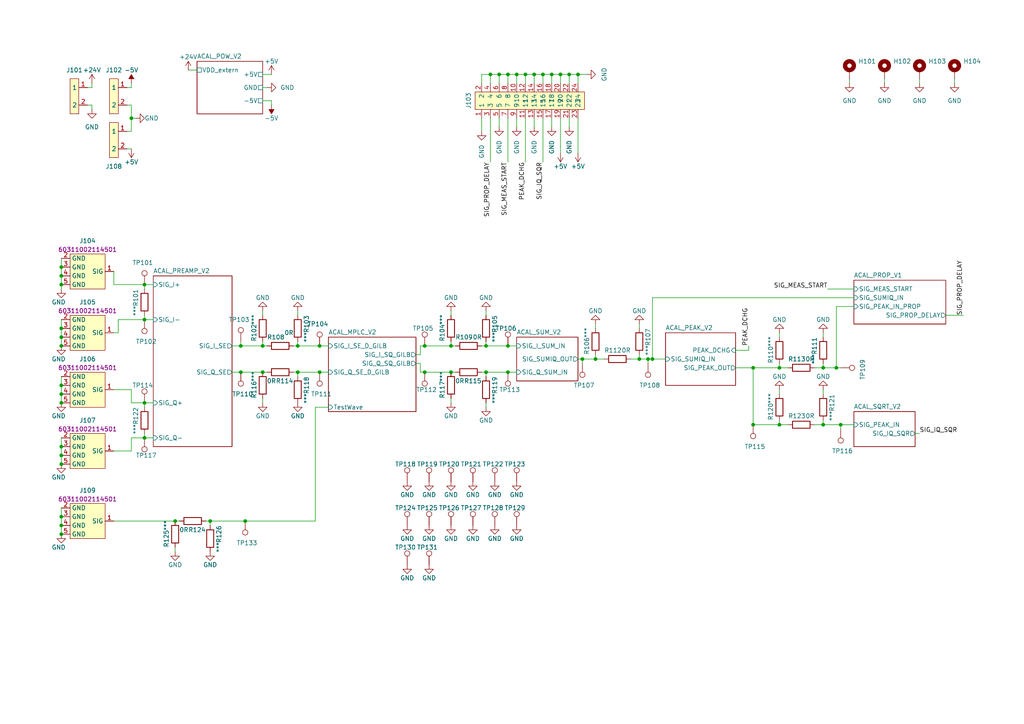
<source format=kicad_sch>
(kicad_sch (version 20231120) (generator "eeschema") (generator_version "8.0")
  (paper "A4")
  (title_block (rev "2") (company "BestSens AG"))
  (lib_symbols
    (symbol "BestParts_Connectors:Generic12pol_x2"
      (property "Reference" "J" (at 0 17.145 0))
      (symbol "Generic12pol_x2_1_1"
        (rectangle (start -2.54 15.875) (end 2.54 -15.875) (fill (type background)))
        (pin passive line (at -5.08 13.97 0) (length 2.54) (name "1") (number "1"))
        (pin passive line (at 5.08 3.81 180) (length 2.54) (name "10") (number "10"))
        (pin passive line (at -5.08 1.27 0) (length 2.54) (name "11") (number "11"))
        (pin passive line (at 5.08 1.27 180) (length 2.54) (name "12") (number "12"))
        (pin passive line (at -5.08 -1.27 0) (length 2.54) (name "13") (number "13"))
        (pin passive line (at 5.08 -1.27 180) (length 2.54) (name "14") (number "14"))
        (pin passive line (at -5.08 -3.81 0) (length 2.54) (name "15") (number "15"))
        (pin passive line (at 5.08 -3.81 180) (length 2.54) (name "16") (number "16"))
        (pin passive line (at -5.08 -6.35 0) (length 2.54) (name "17") (number "17"))
        (pin passive line (at 5.08 -6.35 180) (length 2.54) (name "18") (number "18"))
        (pin passive line (at -5.08 -8.89 0) (length 2.54) (name "19") (number "19"))
        (pin passive line (at 5.08 13.97 180) (length 2.54) (name "2") (number "2"))
        (pin passive line (at 5.08 -8.89 180) (length 2.54) (name "20") (number "20"))
        (pin passive line (at -5.08 -11.43 0) (length 2.54) (name "21") (number "21"))
        (pin passive line (at 5.08 -11.43 180) (length 2.54) (name "22") (number "22"))
        (pin passive line (at -5.08 -13.97 0) (length 2.54) (name "23") (number "23"))
        (pin passive line (at 5.08 -13.97 180) (length 2.54) (name "24") (number "24"))
        (pin passive line (at -5.08 11.43 0) (length 2.54) (name "3") (number "3"))
        (pin passive line (at 5.08 11.43 180) (length 2.54) (name "4") (number "4"))
        (pin passive line (at -5.08 8.89 0) (length 2.54) (name "5") (number "5"))
        (pin passive line (at 5.08 8.89 180) (length 2.54) (name "6") (number "6"))
        (pin passive line (at -5.08 6.35 0) (length 2.54) (name "7") (number "7"))
        (pin passive line (at 5.08 6.35 180) (length 2.54) (name "8") (number "8"))
        (pin passive line (at -5.08 3.81 0) (length 2.54) (name "9") (number "9"))
      )
    )
    (symbol "BestParts_Connectors:Generic2pol"
      (property "Reference" "J" (at 0 6.35 0))
      (symbol "Generic2pol_1_1"
        (rectangle (start -1.27 5.08) (end 1.27 -5.08) (fill (type background)))
        (pin input line (at 3.81 2.54 180) (length 2.54) (name "1") (number "1"))
        (pin input line (at 3.81 -2.54 180) (length 2.54) (name "2") (number "2"))
      )
    )
    (symbol "BestParts_Connectors:SMA Right Angle Plug"
      (property "Reference" "J" (at 0 7.62 0))
      (property "Part Number" "60313002124523" (at 0 7.62 0))
      (symbol "SMA Right Angle Plug_1_1"
        (rectangle (start -5.08 5.08) (end 5.08 -5.08) (fill (type background)))
        (pin passive line (at 7.62 0 180) (length 2.54) (name "SIG") (number "1"))
        (pin passive line (at -7.62 3.81 0) (length 2.54) (name "GND") (number "2"))
        (pin passive line (at -7.62 1.27 0) (length 2.54) (name "GND") (number "3"))
        (pin passive line (at -7.62 -1.27 0) (length 2.54) (name "GND") (number "4"))
        (pin passive line (at -7.62 -3.81 0) (length 2.54) (name "GND") (number "5"))
      )
    )
    (symbol "Connector:TestPoint" (pin_numbers hide) (pin_names (offset 0.762) hide)
      (property "Reference" "TP" (at 0 6.858 0))
      (property "Value" "TestPoint" (at 0 5.08 0))
      (symbol "TestPoint_0_1"
        (circle (center 0 3.302) (radius 0.762))
      )
      (symbol "TestPoint_1_1"
        (pin passive line (at 0 0 90) (length 2.54) (name "1") (number "1"))
      )
    )
    (symbol "Device:R" (pin_numbers hide) (pin_names (offset 0))
      (property "Reference" "R" (at 2.032 0 90))
      (property "Value" "R" (at 0 0 90))
      (symbol "R_0_1"
        (rectangle (start -1.016 -2.54) (end 1.016 2.54) (stroke (width 0.254)))
      )
      (symbol "R_1_1"
        (pin passive line (at 0 3.81 270) (length 1.27) (name "~") (number "1"))
        (pin passive line (at 0 -3.81 90) (length 1.27) (name "~") (number "2"))
      )
    )
    (symbol "Mechanical:MountingHole_Pad" (pin_numbers hide) (pin_names (offset 1.016) hide)
      (property "Reference" "H" (at 0 6.35 0))
      (property "Value" "MountingHole_Pad" (at 0 4.445 0))
      (symbol "MountingHole_Pad_0_1"
        (circle (center 0 1.27) (radius 1.27) (stroke (width 1.27)))
      )
      (symbol "MountingHole_Pad_1_1"
        (pin input line (at 0 -2.54 90) (length 2.54) (name "1") (number "1"))
      )
    )
    (symbol "power:+24V" (power) (pin_names (offset 0))
      (property "Value" "+24V" (at 0 3.556 0))
      (symbol "+24V_0_1"
        (polyline (pts (xy -0.762 1.27) (xy 0 2.54)))
        (polyline (pts (xy 0 0) (xy 0 2.54)))
        (polyline (pts (xy 0 2.54) (xy 0.762 1.27)))
      )
      (symbol "+24V_1_1"
        (pin power_in line (at 0 0 90) (length 0) hide (name "+24V") (number "1"))
      )
    )
    (symbol "power:+5V" (power) (pin_names (offset 0))
      (property "Value" "+5V" (at 0 3.556 0))
      (symbol "+5V_0_1"
        (polyline (pts (xy -0.762 1.27) (xy 0 2.54)))
        (polyline (pts (xy 0 0) (xy 0 2.54)))
        (polyline (pts (xy 0 2.54) (xy 0.762 1.27)))
      )
      (symbol "+5V_1_1"
        (pin power_in line (at 0 0 90) (length 0) hide (name "+5V") (number "1"))
      )
    )
    (symbol "power:-5V" (power) (pin_names (offset 0))
      (property "Value" "-5V" (at 0 3.81 0))
      (symbol "-5V_0_0"
        (pin power_in line (at 0 0 90) (length 0) hide (name "-5V") (number "1"))
      )
      (symbol "-5V_0_1"
        (polyline (pts (xy 0 0) (xy 0 1.27) (xy 0.762 1.27) (xy 0 2.54) (xy -0.762 1.27) (xy 0 1.27)) (fill (type outline)))
      )
    )
    (symbol "power:GND" (power) (pin_names (offset 0))
      (property "Value" "GND" (at 0 -3.81 0))
      (symbol "GND_0_1"
        (polyline (pts (xy 0 0) (xy 0 -1.27) (xy 1.27 -1.27) (xy 0 -2.54) (xy -1.27 -1.27) (xy 0 -1.27)))
      )
      (symbol "GND_1_1"
        (pin power_in line (at 0 0 270) (length 0) hide (name "GND") (number "1"))
      )
    )
  )
  (junction (at 41.91 92.71))
  (junction (at 17.78 154.94))
  (junction (at 69.85 107.95))
  (junction (at 238.76 123.19))
  (junction (at 17.78 97.79))
  (junction (at 218.44 106.68))
  (junction (at 154.94 21.59))
  (junction (at 17.78 149.86))
  (junction (at 17.78 80.01))
  (junction (at 41.91 82.55))
  (junction (at 17.78 116.84))
  (junction (at 218.44 123.19))
  (junction (at 41.91 116.84))
  (junction (at 168.91 104.14))
  (junction (at 86.36 100.33))
  (junction (at 60.96 151.13))
  (junction (at 17.78 134.62))
  (junction (at 172.72 104.14))
  (junction (at 50.8 151.13))
  (junction (at 238.76 106.68))
  (junction (at 162.56 21.59))
  (junction (at 69.85 100.33))
  (junction (at 17.78 111.76))
  (junction (at 38.1 34.29))
  (junction (at 226.06 123.19))
  (junction (at 17.78 129.54))
  (junction (at 187.96 104.14))
  (junction (at 130.81 100.33))
  (junction (at 147.32 107.95))
  (junction (at 123.19 100.33))
  (junction (at 185.42 104.14))
  (junction (at 242.57 106.68))
  (junction (at 130.81 107.95))
  (junction (at 17.78 114.3))
  (junction (at 144.78 21.59))
  (junction (at 17.78 77.47))
  (junction (at 92.71 107.95))
  (junction (at 17.78 100.33))
  (junction (at 71.12 151.13))
  (junction (at 17.78 95.25))
  (junction (at 167.64 21.59))
  (junction (at 149.86 21.59))
  (junction (at 142.24 21.59))
  (junction (at 140.97 107.95))
  (junction (at 17.78 82.55))
  (junction (at 152.4 21.59))
  (junction (at 243.84 123.19))
  (junction (at 76.2 100.33))
  (junction (at 165.1 21.59))
  (junction (at 123.19 107.95))
  (junction (at 160.02 21.59))
  (junction (at 92.71 100.33))
  (junction (at 76.2 107.95))
  (junction (at 86.36 107.95))
  (junction (at 140.97 100.33))
  (junction (at 17.78 132.08))
  (junction (at 147.32 100.33))
  (junction (at 41.91 127))
  (junction (at 226.06 106.68))
  (junction (at 157.48 21.59))
  (junction (at 147.32 21.59))
  (junction (at 17.78 152.4))
  (junction (at 189.23 104.14))
  (wire (pts (xy 226.06 121.92) (xy 226.06 123.19)))
  (wire (pts (xy 76.2 21.59) (xy 78.74 21.59)))
  (wire (pts (xy 142.24 46.99) (xy 142.24 34.29)))
  (wire (pts (xy 185.42 102.87) (xy 185.42 104.14)))
  (wire (pts (xy 17.78 152.4) (xy 17.78 154.94)))
  (wire (pts (xy 139.7 100.33) (xy 140.97 100.33)))
  (wire (pts (xy 17.78 92.71) (xy 17.78 95.25)))
  (wire (pts (xy 189.23 104.14) (xy 193.04 104.14)))
  (wire (pts (xy 226.06 96.52) (xy 226.06 97.79)))
  (wire (pts (xy 160.02 36.83) (xy 160.02 34.29)))
  (wire (pts (xy 185.42 104.14) (xy 187.96 104.14)))
  (wire (pts (xy 17.78 149.86) (xy 17.78 152.4)))
  (wire (pts (xy 226.06 106.68) (xy 228.6 106.68)))
  (wire (pts (xy 172.72 93.98) (xy 172.72 95.25)))
  (wire (pts (xy 157.48 24.13) (xy 157.48 21.59)))
  (wire (pts (xy 152.4 24.13) (xy 152.4 21.59)))
  (wire (pts (xy 160.02 21.59) (xy 162.56 21.59)))
  (wire (pts (xy 17.78 147.32) (xy 17.78 149.86)))
  (wire (pts (xy 120.65 105.41) (xy 121.92 105.41)))
  (wire (pts (xy 121.92 102.87) (xy 121.92 100.33)))
  (wire (pts (xy 86.36 107.95) (xy 86.36 109.22)))
  (wire (pts (xy 167.64 104.14) (xy 168.91 104.14)))
  (wire (pts (xy 140.97 100.33) (xy 147.32 100.33)))
  (wire (pts (xy 274.32 91.44) (xy 279.4 91.44)))
  (wire (pts (xy 38.1 116.84) (xy 41.91 116.84)))
  (wire (pts (xy 92.71 107.95) (xy 95.25 107.95)))
  (wire (pts (xy 69.85 100.33) (xy 76.2 100.33)))
  (wire (pts (xy 50.8 158.75) (xy 50.8 160.02)))
  (wire (pts (xy 85.09 107.95) (xy 86.36 107.95)))
  (wire (pts (xy 67.31 100.33) (xy 69.85 100.33)))
  (wire (pts (xy 140.97 107.95) (xy 147.32 107.95)))
  (wire (pts (xy 38.1 113.03) (xy 38.1 116.84)))
  (wire (pts (xy 139.7 21.59) (xy 142.24 21.59)))
  (wire (pts (xy 76.2 100.33) (xy 77.47 100.33)))
  (wire (pts (xy 33.02 96.52) (xy 34.29 96.52)))
  (wire (pts (xy 218.44 123.19) (xy 226.06 123.19)))
  (wire (pts (xy 123.19 100.33) (xy 130.81 100.33)))
  (wire (pts (xy 243.84 123.19) (xy 247.65 123.19)))
  (wire (pts (xy 130.81 115.57) (xy 130.81 116.84)))
  (wire (pts (xy 213.36 106.68) (xy 218.44 106.68)))
  (wire (pts (xy 33.02 82.55) (xy 41.91 82.55)))
  (wire (pts (xy 147.32 24.13) (xy 147.32 21.59)))
  (wire (pts (xy 238.76 105.41) (xy 238.76 106.68)))
  (wire (pts (xy 266.7 22.86) (xy 266.7 24.13)))
  (wire (pts (xy 41.91 92.71) (xy 44.45 92.71)))
  (wire (pts (xy 69.85 99.06) (xy 69.85 100.33)))
  (wire (pts (xy 213.36 101.6) (xy 217.17 101.6)))
  (wire (pts (xy 60.96 151.13) (xy 71.12 151.13)))
  (wire (pts (xy 76.2 107.95) (xy 77.47 107.95)))
  (wire (pts (xy 86.36 99.06) (xy 86.36 100.33)))
  (wire (pts (xy 242.57 106.68) (xy 243.84 106.68)))
  (wire (pts (xy 242.57 88.9) (xy 242.57 106.68)))
  (wire (pts (xy 226.06 113.03) (xy 226.06 114.3)))
  (wire (pts (xy 26.67 24.13) (xy 26.67 25.4)))
  (wire (pts (xy 189.23 86.36) (xy 189.23 104.14)))
  (wire (pts (xy 123.19 107.95) (xy 130.81 107.95)))
  (wire (pts (xy 69.85 107.95) (xy 76.2 107.95)))
  (wire (pts (xy 17.78 129.54) (xy 17.78 132.08)))
  (wire (pts (xy 149.86 24.13) (xy 149.86 21.59)))
  (wire (pts (xy 144.78 24.13) (xy 144.78 21.59)))
  (wire (pts (xy 86.36 100.33) (xy 92.71 100.33)))
  (wire (pts (xy 130.81 90.17) (xy 130.81 91.44)))
  (wire (pts (xy 130.81 99.06) (xy 130.81 100.33)))
  (wire (pts (xy 172.72 104.14) (xy 175.26 104.14)))
  (wire (pts (xy 130.81 107.95) (xy 132.08 107.95)))
  (wire (pts (xy 92.71 100.33) (xy 95.25 100.33)))
  (wire (pts (xy 76.2 99.06) (xy 76.2 100.33)))
  (wire (pts (xy 140.97 90.17) (xy 140.97 91.44)))
  (wire (pts (xy 182.88 104.14) (xy 185.42 104.14)))
  (wire (pts (xy 17.78 109.22) (xy 17.78 111.76)))
  (wire (pts (xy 140.97 99.06) (xy 140.97 100.33)))
  (wire (pts (xy 167.64 21.59) (xy 170.18 21.59)))
  (wire (pts (xy 226.06 123.19) (xy 228.6 123.19)))
  (wire (pts (xy 38.1 24.13) (xy 38.1 25.4)))
  (wire (pts (xy 76.2 115.57) (xy 76.2 116.84)))
  (wire (pts (xy 157.48 46.99) (xy 157.48 34.29)))
  (wire (pts (xy 243.84 123.19) (xy 243.84 124.46)))
  (wire (pts (xy 226.06 105.41) (xy 226.06 106.68)))
  (wire (pts (xy 165.1 24.13) (xy 165.1 21.59)))
  (wire (pts (xy 152.4 46.99) (xy 152.4 34.29)))
  (wire (pts (xy 236.22 106.68) (xy 238.76 106.68)))
  (wire (pts (xy 238.76 106.68) (xy 242.57 106.68)))
  (wire (pts (xy 85.09 100.33) (xy 86.36 100.33)))
  (wire (pts (xy 25.4 25.4) (xy 26.67 25.4)))
  (wire (pts (xy 172.72 102.87) (xy 172.72 104.14)))
  (wire (pts (xy 139.7 107.95) (xy 140.97 107.95)))
  (wire (pts (xy 54.61 20.32) (xy 57.15 20.32)))
  (wire (pts (xy 154.94 21.59) (xy 157.48 21.59)))
  (wire (pts (xy 236.22 123.19) (xy 238.76 123.19)))
  (wire (pts (xy 26.67 30.48) (xy 26.67 31.75)))
  (wire (pts (xy 165.1 21.59) (xy 167.64 21.59)))
  (wire (pts (xy 154.94 36.83) (xy 154.94 34.29)))
  (wire (pts (xy 162.56 24.13) (xy 162.56 21.59)))
  (wire (pts (xy 38.1 127) (xy 38.1 130.81)))
  (wire (pts (xy 17.78 97.79) (xy 17.78 100.33)))
  (wire (pts (xy 34.29 92.71) (xy 34.29 96.52)))
  (wire (pts (xy 36.83 43.18) (xy 38.1 43.18)))
  (wire (pts (xy 168.91 104.14) (xy 172.72 104.14)))
  (wire (pts (xy 76.2 25.4) (xy 77.47 25.4)))
  (wire (pts (xy 218.44 106.68) (xy 218.44 123.19)))
  (wire (pts (xy 41.91 116.84) (xy 41.91 118.11)))
  (wire (pts (xy 38.1 30.48) (xy 38.1 34.29)))
  (wire (pts (xy 33.02 113.03) (xy 38.1 113.03)))
  (wire (pts (xy 17.78 82.55) (xy 17.78 83.82)))
  (wire (pts (xy 41.91 82.55) (xy 44.45 82.55)))
  (wire (pts (xy 38.1 34.29) (xy 38.1 38.1)))
  (wire (pts (xy 246.38 22.86) (xy 246.38 24.13)))
  (wire (pts (xy 36.83 25.4) (xy 38.1 25.4)))
  (wire (pts (xy 167.64 24.13) (xy 167.64 21.59)))
  (wire (pts (xy 36.83 38.1) (xy 38.1 38.1)))
  (wire (pts (xy 157.48 21.59) (xy 160.02 21.59)))
  (wire (pts (xy 59.69 151.13) (xy 60.96 151.13)))
  (wire (pts (xy 165.1 36.83) (xy 165.1 34.29)))
  (wire (pts (xy 17.78 80.01) (xy 17.78 82.55)))
  (wire (pts (xy 147.32 100.33) (xy 149.86 100.33)))
  (wire (pts (xy 168.91 105.41) (xy 168.91 104.14)))
  (wire (pts (xy 121.92 100.33) (xy 123.19 100.33)))
  (wire (pts (xy 217.17 100.33) (xy 217.17 101.6)))
  (wire (pts (xy 142.24 21.59) (xy 144.78 21.59)))
  (wire (pts (xy 154.94 24.13) (xy 154.94 21.59)))
  (wire (pts (xy 91.44 118.11) (xy 91.44 151.13)))
  (wire (pts (xy 140.97 116.84) (xy 140.97 118.11)))
  (wire (pts (xy 76.2 90.17) (xy 76.2 91.44)))
  (wire (pts (xy 36.83 30.48) (xy 38.1 30.48)))
  (wire (pts (xy 276.86 22.86) (xy 276.86 24.13)))
  (wire (pts (xy 238.76 121.92) (xy 238.76 123.19)))
  (wire (pts (xy 60.96 151.13) (xy 60.96 152.4)))
  (wire (pts (xy 139.7 38.1) (xy 139.7 34.29)))
  (wire (pts (xy 144.78 21.59) (xy 147.32 21.59)))
  (wire (pts (xy 34.29 92.71) (xy 41.91 92.71)))
  (wire (pts (xy 152.4 21.59) (xy 154.94 21.59)))
  (wire (pts (xy 41.91 82.55) (xy 41.91 83.82)))
  (wire (pts (xy 17.78 132.08) (xy 17.78 134.62)))
  (wire (pts (xy 41.91 92.71) (xy 41.91 91.44)))
  (wire (pts (xy 256.54 22.86) (xy 256.54 24.13)))
  (wire (pts (xy 38.1 127) (xy 41.91 127)))
  (wire (pts (xy 76.2 29.21) (xy 78.74 29.21)))
  (wire (pts (xy 67.31 107.95) (xy 69.85 107.95)))
  (wire (pts (xy 149.86 21.59) (xy 152.4 21.59)))
  (wire (pts (xy 185.42 93.98) (xy 185.42 95.25)))
  (wire (pts (xy 50.8 151.13) (xy 52.07 151.13)))
  (wire (pts (xy 17.78 114.3) (xy 17.78 116.84)))
  (wire (pts (xy 147.32 21.59) (xy 149.86 21.59)))
  (wire (pts (xy 17.78 77.47) (xy 17.78 80.01)))
  (wire (pts (xy 17.78 95.25) (xy 17.78 97.79)))
  (wire (pts (xy 162.56 21.59) (xy 165.1 21.59)))
  (wire (pts (xy 86.36 90.17) (xy 86.36 91.44)))
  (wire (pts (xy 121.92 107.95) (xy 123.19 107.95)))
  (wire (pts (xy 265.43 125.73) (xy 266.7 125.73)))
  (wire (pts (xy 149.86 36.83) (xy 149.86 34.29)))
  (wire (pts (xy 187.96 104.14) (xy 187.96 105.41)))
  (wire (pts (xy 17.78 111.76) (xy 17.78 114.3)))
  (wire (pts (xy 147.32 46.99) (xy 147.32 34.29)))
  (wire (pts (xy 120.65 102.87) (xy 121.92 102.87)))
  (wire (pts (xy 41.91 116.84) (xy 44.45 116.84)))
  (wire (pts (xy 189.23 86.36) (xy 247.65 86.36)))
  (wire (pts (xy 71.12 151.13) (xy 91.44 151.13)))
  (wire (pts (xy 242.57 88.9) (xy 247.65 88.9)))
  (wire (pts (xy 218.44 106.68) (xy 226.06 106.68)))
  (wire (pts (xy 167.64 44.45) (xy 167.64 34.29)))
  (wire (pts (xy 139.7 24.13) (xy 139.7 21.59)))
  (wire (pts (xy 187.96 104.14) (xy 189.23 104.14)))
  (wire (pts (xy 33.02 151.13) (xy 50.8 151.13)))
  (wire (pts (xy 17.78 127) (xy 17.78 129.54)))
  (wire (pts (xy 238.76 123.19) (xy 243.84 123.19)))
  (wire (pts (xy 41.91 127) (xy 44.45 127)))
  (wire (pts (xy 25.4 30.48) (xy 26.67 30.48)))
  (wire (pts (xy 160.02 24.13) (xy 160.02 21.59)))
  (wire (pts (xy 240.03 83.82) (xy 247.65 83.82)))
  (wire (pts (xy 78.74 29.21) (xy 78.74 30.48)))
  (wire (pts (xy 33.02 78.74) (xy 33.02 82.55)))
  (wire (pts (xy 238.76 96.52) (xy 238.76 97.79)))
  (wire (pts (xy 38.1 34.29) (xy 39.37 34.29)))
  (wire (pts (xy 144.78 36.83) (xy 144.78 34.29)))
  (wire (pts (xy 86.36 107.95) (xy 92.71 107.95)))
  (wire (pts (xy 162.56 44.45) (xy 162.56 34.29)))
  (wire (pts (xy 33.02 130.81) (xy 38.1 130.81)))
  (wire (pts (xy 130.81 100.33) (xy 132.08 100.33)))
  (wire (pts (xy 91.44 118.11) (xy 95.25 118.11)))
  (wire (pts (xy 147.32 107.95) (xy 149.86 107.95)))
  (wire (pts (xy 121.92 105.41) (xy 121.92 107.95)))
  (wire (pts (xy 17.78 74.93) (xy 17.78 77.47)))
  (wire (pts (xy 238.76 113.03) (xy 238.76 114.3)))
  (wire (pts (xy 142.24 24.13) (xy 142.24 21.59)))
  (wire (pts (xy 41.91 127) (xy 41.91 125.73)))
  (wire (pts (xy 140.97 107.95) (xy 140.97 109.22)))
  (label "PEAK_DCHG" (at 217.17 100.33 90))
  (label "SIG_MEAS_START" (at 147.32 46.99 270))
  (label "SIG_PROP_DELAY" (at 279.4 91.44 90))
  (label "PEAK_DCHG" (at 152.4 46.99 270))
  (label "SIG_IQ_SQR" (at 157.48 46.99 270))
  (label "SIG_MEAS_START" (at 240.03 83.82 180))
  (label "SIG_PROP_DELAY" (at 142.24 46.99 270))
  (label "SIG_IQ_SQR" (at 266.7 125.73 0))
  (symbol (lib_id "Device:R") (at 86.36 113.03 0) (unit 1)
    (property "Reference" "R118" (at 88.9 111.76 90))
    (property "Value" "***" (at 88.9 115.57 90))
    (property "Footprint" "BestParts_Resistors:R_0603" (effects (hide yes)))
    (property "Part Number" "Generic" (effects (hide yes)))
  )
  (symbol (lib_id "power:-5V") (at 38.1 24.13 0) (unit 1)
    (property "Reference" "#PWR0114" (effects (hide yes)))
    (property "Value" "-5V" (at 38.1 20.32 0))
  )
  (symbol (lib_id "Connector:TestPoint") (at 118.11 152.4 0) (unit 1)
    (property "Reference" "TP124" (at 120.65 147.32 0) (effects (justify right)))
    (property "Value" "*" (effects (hide yes)))
    (property "Footprint" "TestPoint:TestPoint_THTPad_D2.0mm_Drill1.0mm" (effects (hide yes)))
  )
  (symbol (lib_id "power:+24V") (at 26.67 24.13 0) (unit 1)
    (property "Reference" "#PWR0104" (effects (hide yes)))
    (property "Value" "+24V" (at 26.67 20.32 0))
  )
  (symbol (lib_id "power:GND") (at 60.96 160.02 0) (unit 1)
    (property "Reference" "#PWR0157" (effects (hide yes)))
    (property "Value" "GND" (at 60.96 163.83 0))
  )
  (symbol (lib_id "power:GND") (at 266.7 24.13 0) (unit 1)
    (property "Reference" "#PWR0108" (effects (hide yes)))
    (property "Value" "GND" (at 266.7 29.21 0))
  )
  (symbol (lib_id "Connector:TestPoint") (at 143.51 139.7 0) (unit 1)
    (property "Reference" "TP122" (at 146.05 134.62 0) (effects (justify right)))
    (property "Value" "*" (effects (hide yes)))
    (property "Footprint" "TestPoint:TestPoint_THTPad_D2.0mm_Drill1.0mm" (effects (hide yes)))
  )
  (symbol (lib_id "power:GND") (at 130.81 139.7 0) (unit 1)
    (property "Reference" "#PWR0143" (effects (hide yes)))
    (property "Value" "GND" (at 130.81 143.51 0))
  )
  (symbol (lib_id "Device:R") (at 135.89 100.33 90) (unit 1)
    (property "Reference" "R109" (at 134.62 97.79 90))
    (property "Value" "0R" (at 138.43 97.79 90))
    (property "Footprint" "BestParts_Resistors:R_0603" (effects (hide yes)))
    (property "Part Number" "Generic" (effects (hide yes)))
  )
  (symbol (lib_id "Device:R") (at 172.72 99.06 180) (unit 1)
    (property "Reference" "R106" (at 170.18 100.33 90))
    (property "Value" "***" (at 170.18 96.52 90))
    (property "Footprint" "BestParts_Resistors:R_0603" (effects (hide yes)))
    (property "Part Number" "Generic" (effects (hide yes)))
  )
  (symbol (lib_id "power:GND") (at 149.86 152.4 0) (unit 1)
    (property "Reference" "#PWR0152" (effects (hide yes)))
    (property "Value" "GND" (at 149.86 156.21 0))
  )
  (symbol (lib_id "Device:R") (at 238.76 101.6 0) (mirror y) (unit 1)
    (property "Reference" "R111" (at 236.22 100.33 90))
    (property "Value" "***" (at 236.22 104.14 90))
    (property "Footprint" "BestParts_Resistors:R_0603" (effects (hide yes)))
    (property "Part Number" "Generic" (effects (hide yes)))
  )
  (symbol (lib_id "BestParts_Connectors:SMA Right Angle Plug") (at 25.4 96.52 0) (unit 1)
    (property "Reference" "J105" (at 25.4 87.63 0))
    (property "Value" "SMA Right Angle Jack" (effects (hide yes)))
    (property "Footprint" "BestParts_Connectors:SMA Right Angle Jack" (effects (hide yes)))
    (property "Part Number" "60311002114501" (at 25.4 90.17 0))
  )
  (symbol (lib_id "Connector:TestPoint") (at 41.91 92.71 180) (unit 1)
    (property "Reference" "TP102" (at 39.37 99.06 0) (effects (justify right)))
    (property "Value" "*" (effects (hide yes)))
    (property "Footprint" "TestPoint:TestPoint_THTPad_D2.0mm_Drill1.0mm" (effects (hide yes)))
  )
  (symbol (lib_id "Connector:TestPoint") (at 218.44 123.19 180) (unit 1)
    (property "Reference" "TP115" (at 215.9 129.54 0) (effects (justify right)))
    (property "Value" "*" (effects (hide yes)))
    (property "Footprint" "TestPoint:TestPoint_THTPad_D2.0mm_Drill1.0mm" (effects (hide yes)))
  )
  (symbol (lib_id "Connector:TestPoint") (at 137.16 152.4 0) (unit 1)
    (property "Reference" "TP127" (at 139.7 147.32 0) (effects (justify right)))
    (property "Value" "*" (effects (hide yes)))
    (property "Footprint" "TestPoint:TestPoint_THTPad_D2.0mm_Drill1.0mm" (effects (hide yes)))
  )
  (symbol (lib_id "power:GND") (at 160.02 36.83 0) (unit 1)
    (property "Reference" "#PWR0138" (effects (hide yes)))
    (property "Value" "GND" (at 160.02 40.64 90) (effects (justify right)))
  )
  (symbol (lib_id "power:GND") (at 137.16 139.7 0) (unit 1)
    (property "Reference" "#PWR0144" (effects (hide yes)))
    (property "Value" "GND" (at 137.16 143.51 0))
  )
  (symbol (lib_id "power:GND") (at 26.67 31.75 0) (unit 1)
    (property "Reference" "#PWR0113" (effects (hide yes)))
    (property "Value" "GND" (at 26.67 36.83 0))
  )
  (symbol (lib_id "Connector:TestPoint") (at 149.86 139.7 0) (unit 1)
    (property "Reference" "TP123" (at 152.4 134.62 0) (effects (justify right)))
    (property "Value" "*" (effects (hide yes)))
    (property "Footprint" "TestPoint:TestPoint_THTPad_D2.0mm_Drill1.0mm" (effects (hide yes)))
  )
  (symbol (lib_id "power:-5V") (at 78.74 30.48 180) (unit 1)
    (property "Reference" "#PWR0112" (effects (hide yes)))
    (property "Value" "-5V" (at 78.74 34.29 0))
  )
  (symbol (lib_id "Connector:TestPoint") (at 130.81 152.4 0) (unit 1)
    (property "Reference" "TP126" (at 133.35 147.32 0) (effects (justify right)))
    (property "Value" "*" (effects (hide yes)))
    (property "Footprint" "TestPoint:TestPoint_THTPad_D2.0mm_Drill1.0mm" (effects (hide yes)))
  )
  (symbol (lib_id "power:GND") (at 144.78 36.83 0) (unit 1)
    (property "Reference" "#PWR0137" (effects (hide yes)))
    (property "Value" "GND" (at 144.78 40.64 90) (effects (justify right)))
  )
  (symbol (lib_id "Connector:TestPoint") (at 124.46 139.7 0) (unit 1)
    (property "Reference" "TP119" (at 127 134.62 0) (effects (justify right)))
    (property "Value" "*" (effects (hide yes)))
    (property "Footprint" "TestPoint:TestPoint_THTPad_D2.0mm_Drill1.0mm" (effects (hide yes)))
  )
  (symbol (lib_id "Connector:TestPoint") (at 69.85 107.95 180) (unit 1)
    (property "Reference" "TP110" (at 67.31 114.3 0) (effects (justify right)))
    (property "Value" "*" (effects (hide yes)))
    (property "Footprint" "TestPoint:TestPoint_THTPad_D2.0mm_Drill1.0mm" (effects (hide yes)))
  )
  (symbol (lib_id "Device:R") (at 185.42 99.06 0) (unit 1)
    (property "Reference" "R107" (at 187.96 97.79 90))
    (property "Value" "***" (at 187.96 101.6 90))
    (property "Footprint" "BestParts_Resistors:R_0603" (effects (hide yes)))
    (property "Part Number" "Generic" (effects (hide yes)))
  )
  (symbol (lib_id "Device:R") (at 55.88 151.13 270) (unit 1)
    (property "Reference" "R124" (at 57.15 153.67 90))
    (property "Value" "0R" (at 53.34 153.67 90))
    (property "Footprint" "BestParts_Resistors:R_0603" (effects (hide yes)))
    (property "Part Number" "Generic" (effects (hide yes)))
  )
  (symbol (lib_id "power:GND") (at 17.78 100.33 0) (unit 1)
    (property "Reference" "#PWR0127" (effects (hide yes)))
    (property "Value" "GND" (at 19.05 104.14 0) (effects (justify right)))
  )
  (symbol (lib_id "power:GND") (at 172.72 93.98 180) (unit 1)
    (property "Reference" "#PWR0123" (effects (hide yes)))
    (property "Value" "GND" (at 172.72 90.17 0))
  )
  (symbol (lib_id "power:GND") (at 256.54 24.13 0) (unit 1)
    (property "Reference" "#PWR0107" (effects (hide yes)))
    (property "Value" "GND" (at 256.54 29.21 0))
  )
  (symbol (lib_id "power:GND") (at 124.46 163.83 0) (unit 1)
    (property "Reference" "#PWR0154" (effects (hide yes)))
    (property "Value" "GND" (at 124.46 167.64 0))
  )
  (symbol (lib_id "Device:R") (at 76.2 95.25 180) (unit 1)
    (property "Reference" "R102" (at 73.66 96.52 90))
    (property "Value" "***" (at 73.66 92.71 90))
    (property "Footprint" "BestParts_Resistors:R_0603" (effects (hide yes)))
    (property "Part Number" "Generic" (effects (hide yes)))
  )
  (symbol (lib_id "Device:R") (at 130.81 95.25 180) (unit 1)
    (property "Reference" "R104" (at 128.27 96.52 90))
    (property "Value" "***" (at 128.27 92.71 90))
    (property "Footprint" "BestParts_Resistors:R_0603" (effects (hide yes)))
    (property "Part Number" "Generic" (effects (hide yes)))
  )
  (symbol (lib_id "Connector:TestPoint") (at 149.86 152.4 0) (unit 1)
    (property "Reference" "TP129" (at 152.4 147.32 0) (effects (justify right)))
    (property "Value" "*" (effects (hide yes)))
    (property "Footprint" "TestPoint:TestPoint_THTPad_D2.0mm_Drill1.0mm" (effects (hide yes)))
  )
  (symbol (lib_id "Device:R") (at 81.28 100.33 90) (unit 1)
    (property "Reference" "R108" (at 80.01 97.79 90))
    (property "Value" "0R" (at 83.82 96.52 90))
    (property "Footprint" "BestParts_Resistors:R_0603" (effects (hide yes)))
    (property "Part Number" "Generic" (effects (hide yes)))
  )
  (symbol (lib_id "Connector:TestPoint") (at 41.91 127 180) (unit 1)
    (property "Reference" "TP117" (at 39.37 132.08 0) (effects (justify right)))
    (property "Value" "*" (effects (hide yes)))
    (property "Footprint" "TestPoint:TestPoint_THTPad_D2.0mm_Drill1.0mm" (effects (hide yes)))
  )
  (symbol (lib_id "Device:R") (at 226.06 101.6 180) (unit 1)
    (property "Reference" "R110" (at 223.52 102.87 90))
    (property "Value" "***" (at 223.52 99.06 90))
    (property "Footprint" "BestParts_Resistors:R_0603" (effects (hide yes)))
    (property "Part Number" "Generic" (effects (hide yes)))
  )
  (symbol (lib_id "power:+5V") (at 167.64 44.45 180) (unit 1)
    (property "Reference" "#PWR0140" (effects (hide yes)))
    (property "Value" "+5V" (at 167.64 48.26 0))
  )
  (symbol (lib_id "power:GND") (at 76.2 116.84 0) (unit 1)
    (property "Reference" "#PWR0131" (effects (hide yes)))
    (property "Value" "GND" (at 76.2 120.65 0))
  )
  (symbol (lib_id "Device:R") (at 238.76 118.11 0) (unit 1)
    (property "Reference" "R121" (at 241.3 116.84 90))
    (property "Value" "***" (at 241.3 120.65 90))
    (property "Footprint" "BestParts_Resistors:R_0603" (effects (hide yes)))
    (property "Part Number" "Generic" (effects (hide yes)))
  )
  (symbol (lib_id "Connector:TestPoint") (at 41.91 82.55 0) (unit 1)
    (property "Reference" "TP101" (at 44.45 76.2 0) (effects (justify right)))
    (property "Value" "*" (effects (hide yes)))
    (property "Footprint" "TestPoint:TestPoint_THTPad_D2.0mm_Drill1.0mm" (effects (hide yes)))
  )
  (symbol (lib_id "power:GND") (at 238.76 113.03 180) (unit 1)
    (property "Reference" "#PWR0129" (effects (hide yes)))
    (property "Value" "GND" (at 238.76 109.22 0))
  )
  (symbol (lib_id "power:GND") (at 17.78 116.84 0) (unit 1)
    (property "Reference" "#PWR0130" (effects (hide yes)))
    (property "Value" "GND" (at 19.05 120.65 0) (effects (justify right)))
  )
  (symbol (lib_id "power:GND") (at 185.42 93.98 180) (unit 1)
    (property "Reference" "#PWR0124" (effects (hide yes)))
    (property "Value" "GND" (at 185.42 90.17 0))
  )
  (symbol (lib_id "Connector:TestPoint") (at 130.81 139.7 0) (unit 1)
    (property "Reference" "TP120" (at 133.35 134.62 0) (effects (justify right)))
    (property "Value" "*" (effects (hide yes)))
    (property "Footprint" "TestPoint:TestPoint_THTPad_D2.0mm_Drill1.0mm" (effects (hide yes)))
  )
  (symbol (lib_id "Device:R") (at 179.07 104.14 90) (unit 1)
    (property "Reference" "R112" (at 177.8 101.6 90))
    (property "Value" "0R" (at 181.61 101.6 90))
    (property "Footprint" "BestParts_Resistors:R_0603" (effects (hide yes)))
    (property "Part Number" "Generic" (effects (hide yes)))
  )
  (symbol (lib_id "power:GND") (at 118.11 139.7 0) (unit 1)
    (property "Reference" "#PWR0141" (effects (hide yes)))
    (property "Value" "GND" (at 118.11 143.51 0))
  )
  (symbol (lib_id "Connector:TestPoint") (at 124.46 152.4 0) (unit 1)
    (property "Reference" "TP125" (at 127 147.32 0) (effects (justify right)))
    (property "Value" "*" (effects (hide yes)))
    (property "Footprint" "TestPoint:TestPoint_THTPad_D2.0mm_Drill1.0mm" (effects (hide yes)))
  )
  (symbol (lib_id "BestParts_Connectors:Generic12pol_x2") (at 153.67 29.21 90) (unit 1)
    (property "Reference" "J103" (at 135.89 29.21 0))
    (property "Value" "Generic12pol_x2" (effects (hide yes)))
    (property "Footprint" "Connector_PinHeader_2.54mm:PinHeader_2x12_P2.54mm_Vertical" (effects (hide yes)))
  )
  (symbol (lib_id "Connector:TestPoint") (at 123.19 100.33 0) (unit 1)
    (property "Reference" "TP105" (at 125.73 95.25 0) (effects (justify right)))
    (property "Value" "*" (effects (hide yes)))
    (property "Footprint" "TestPoint:TestPoint_THTPad_D2.0mm_Drill1.0mm" (effects (hide yes)))
  )
  (symbol (lib_id "power:GND") (at 118.11 152.4 0) (unit 1)
    (property "Reference" "#PWR0147" (effects (hide yes)))
    (property "Value" "GND" (at 118.11 156.21 0))
  )
  (symbol (lib_id "power:GND") (at 17.78 83.82 0) (unit 1)
    (property "Reference" "#PWR0118" (effects (hide yes)))
    (property "Value" "GND" (at 19.05 87.63 0) (effects (justify right)))
  )
  (symbol (lib_id "Connector:TestPoint") (at 147.32 100.33 0) (unit 1)
    (property "Reference" "TP106" (at 149.86 95.25 0) (effects (justify right)))
    (property "Value" "*" (effects (hide yes)))
    (property "Footprint" "TestPoint:TestPoint_THTPad_D2.0mm_Drill1.0mm" (effects (hide yes)))
  )
  (symbol (lib_id "Device:R") (at 50.8 154.94 180) (unit 1)
    (property "Reference" "R125" (at 48.26 156.21 90))
    (property "Value" "***" (at 48.26 152.4 90))
    (property "Footprint" "BestParts_Resistors:R_0603" (effects (hide yes)))
    (property "Part Number" "Generic" (effects (hide yes)))
  )
  (symbol (lib_id "power:GND") (at 17.78 154.94 0) (unit 1)
    (property "Reference" "#PWR0155" (effects (hide yes)))
    (property "Value" "GND" (at 19.05 158.75 0) (effects (justify right)))
  )
  (symbol (lib_id "power:GND") (at 130.81 116.84 0) (unit 1)
    (property "Reference" "#PWR0133" (effects (hide yes)))
    (property "Value" "GND" (at 130.81 120.65 0))
  )
  (symbol (lib_id "Mechanical:MountingHole_Pad") (at 256.54 20.32 0) (unit 1)
    (property "Reference" "H102" (at 259.08 17.78 0) (effects (justify left)))
    (property "Value" "MountingHole_Pad" (effects (hide yes)))
    (property "Footprint" "MountingHole:MountingHole_3.2mm_M3_Pad_Via" (effects (hide yes)))
  )
  (symbol (lib_id "BestParts_Connectors:SMA Right Angle Plug") (at 25.4 78.74 0) (unit 1)
    (property "Reference" "J104" (at 25.4 69.85 0))
    (property "Value" "SMA Right Angle Jack" (effects (hide yes)))
    (property "Footprint" "BestParts_Connectors:SMA Right Angle Jack" (effects (hide yes)))
    (property "Part Number" "60311002114501" (at 25.4 72.39 0))
  )
  (symbol (lib_id "power:+5V") (at 78.74 21.59 0) (unit 1)
    (property "Reference" "#PWR0102" (effects (hide yes)))
    (property "Value" "+5V" (at 78.74 17.78 0))
  )
  (symbol (lib_id "Device:R") (at 232.41 123.19 90) (unit 1)
    (property "Reference" "R123" (at 231.14 120.65 90))
    (property "Value" "0R" (at 234.95 120.65 90))
    (property "Footprint" "BestParts_Resistors:R_0603" (effects (hide yes)))
    (property "Part Number" "Generic" (effects (hide yes)))
  )
  (symbol (lib_id "BestParts_Connectors:SMA Right Angle Plug") (at 25.4 130.81 0) (unit 1)
    (property "Reference" "J107" (at 25.4 121.92 0))
    (property "Value" "SMA Right Angle Jack" (effects (hide yes)))
    (property "Footprint" "BestParts_Connectors:SMA Right Angle Jack" (effects (hide yes)))
    (property "Part Number" "60311002114501" (at 25.4 124.46 0))
  )
  (symbol (lib_id "power:GND") (at 149.86 36.83 0) (unit 1)
    (property "Reference" "#PWR0115" (effects (hide yes)))
    (property "Value" "GND" (at 149.86 40.64 90) (effects (justify right)))
  )
  (symbol (lib_id "power:GND") (at 154.94 36.83 0) (unit 1)
    (property "Reference" "#PWR0139" (effects (hide yes)))
    (property "Value" "GND" (at 154.94 40.64 90) (effects (justify right)))
  )
  (symbol (lib_id "Device:R") (at 76.2 111.76 180) (unit 1)
    (property "Reference" "R116" (at 73.66 113.03 90))
    (property "Value" "***" (at 73.66 109.22 90))
    (property "Footprint" "BestParts_Resistors:R_0603" (effects (hide yes)))
    (property "Part Number" "Generic" (effects (hide yes)))
  )
  (symbol (lib_id "power:GND") (at 149.86 139.7 0) (unit 1)
    (property "Reference" "#PWR0146" (effects (hide yes)))
    (property "Value" "GND" (at 149.86 143.51 0))
  )
  (symbol (lib_id "Device:R") (at 140.97 95.25 0) (unit 1)
    (property "Reference" "R105" (at 143.51 93.98 90))
    (property "Value" "***" (at 143.51 97.79 90))
    (property "Footprint" "BestParts_Resistors:R_0603" (effects (hide yes)))
    (property "Part Number" "Generic" (effects (hide yes)))
  )
  (symbol (lib_id "power:GND") (at 139.7 38.1 0) (unit 1)
    (property "Reference" "#PWR0117" (effects (hide yes)))
    (property "Value" "GND" (at 139.7 41.91 90) (effects (justify right)))
  )
  (symbol (lib_id "Connector:TestPoint") (at 143.51 152.4 0) (unit 1)
    (property "Reference" "TP128" (at 146.05 147.32 0) (effects (justify right)))
    (property "Value" "*" (effects (hide yes)))
    (property "Footprint" "TestPoint:TestPoint_THTPad_D2.0mm_Drill1.0mm" (effects (hide yes)))
  )
  (symbol (lib_id "power:GND") (at 86.36 90.17 180) (unit 1)
    (property "Reference" "#PWR0120" (effects (hide yes)))
    (property "Value" "GND" (at 86.36 86.36 0))
  )
  (symbol (lib_id "BestParts_Connectors:SMA Right Angle Plug") (at 25.4 151.13 0) (unit 1)
    (property "Reference" "J109" (at 25.4 142.24 0))
    (property "Value" "SMA Right Angle Jack" (effects (hide yes)))
    (property "Footprint" "BestParts_Connectors:SMA Right Angle Jack" (effects (hide yes)))
    (property "Part Number" "60311002114501" (at 25.4 144.78 0))
  )
  (symbol (lib_id "Connector:TestPoint") (at 92.71 107.95 180) (unit 1)
    (property "Reference" "TP111" (at 90.17 114.3 0) (effects (justify right)))
    (property "Value" "*" (effects (hide yes)))
    (property "Footprint" "TestPoint:TestPoint_Pad_D1.5mm" (effects (hide yes)))
  )
  (symbol (lib_id "Device:R") (at 140.97 113.03 0) (unit 1)
    (property "Reference" "R119" (at 143.51 111.76 90))
    (property "Value" "***" (at 143.51 115.57 90))
    (property "Footprint" "BestParts_Resistors:R_0603" (effects (hide yes)))
    (property "Part Number" "Generic" (effects (hide yes)))
  )
  (symbol (lib_id "power:GND") (at 130.81 90.17 180) (unit 1)
    (property "Reference" "#PWR0121" (effects (hide yes)))
    (property "Value" "GND" (at 130.81 86.36 0))
  )
  (symbol (lib_id "Device:R") (at 60.96 156.21 0) (unit 1)
    (property "Reference" "R126" (at 63.5 154.94 90))
    (property "Value" "***" (at 63.5 158.75 90))
    (property "Footprint" "BestParts_Resistors:R_0603" (effects (hide yes)))
    (property "Part Number" "Generic" (effects (hide yes)))
  )
  (symbol (lib_id "Device:R") (at 232.41 106.68 90) (unit 1)
    (property "Reference" "R113" (at 231.14 104.14 90))
    (property "Value" "0R" (at 234.95 104.14 90))
    (property "Footprint" "BestParts_Resistors:R_0603" (effects (hide yes)))
    (property "Part Number" "Generic" (effects (hide yes)))
  )
  (symbol (lib_id "power:GND") (at 170.18 21.59 90) (unit 1)
    (property "Reference" "#PWR0103" (effects (hide yes)))
    (property "Value" "GND" (at 175.26 21.59 0))
  )
  (symbol (lib_id "Connector:TestPoint") (at 137.16 139.7 0) (unit 1)
    (property "Reference" "TP121" (at 139.7 134.62 0) (effects (justify right)))
    (property "Value" "*" (effects (hide yes)))
    (property "Footprint" "TestPoint:TestPoint_THTPad_D2.0mm_Drill1.0mm" (effects (hide yes)))
  )
  (symbol (lib_id "Device:R") (at 226.06 118.11 180) (unit 1)
    (property "Reference" "R120" (at 223.52 119.38 90))
    (property "Value" "***" (at 223.52 115.57 90))
    (property "Footprint" "BestParts_Resistors:R_0603" (effects (hide yes)))
    (property "Part Number" "Generic" (effects (hide yes)))
  )
  (symbol (lib_id "Mechanical:MountingHole_Pad") (at 246.38 20.32 0) (unit 1)
    (property "Reference" "H101" (at 248.92 17.78 0) (effects (justify left)))
    (property "Value" "MountingHole_Pad" (effects (hide yes)))
    (property "Footprint" "MountingHole:MountingHole_3.2mm_M3_Pad_Via" (effects (hide yes)))
  )
  (symbol (lib_id "Device:R") (at 41.91 121.92 0) (unit 1)
    (property "Reference" "R122" (at 39.37 120.65 90))
    (property "Value" "***" (at 39.37 124.46 90))
    (property "Footprint" "BestParts_Resistors:R_0603" (effects (hide yes)))
    (property "Part Number" "Generic" (effects (hide yes)))
  )
  (symbol (lib_id "power:GND") (at 143.51 139.7 0) (unit 1)
    (property "Reference" "#PWR0145" (effects (hide yes)))
    (property "Value" "GND" (at 143.51 143.51 0))
  )
  (symbol (lib_id "Connector:TestPoint") (at 118.11 139.7 0) (unit 1)
    (property "Reference" "TP118" (at 120.65 134.62 0) (effects (justify right)))
    (property "Value" "*" (effects (hide yes)))
    (property "Footprint" "TestPoint:TestPoint_THTPad_D2.0mm_Drill1.0mm" (effects (hide yes)))
  )
  (symbol (lib_id "Connector:TestPoint") (at 168.91 105.41 180) (unit 1)
    (property "Reference" "TP107" (at 166.37 111.76 0) (effects (justify right)))
    (property "Value" "*" (effects (hide yes)))
    (property "Footprint" "TestPoint:TestPoint_THTPad_D2.0mm_Drill1.0mm" (effects (hide yes)))
  )
  (symbol (lib_id "BestParts_Connectors:Generic2pol") (at 21.59 27.94 0) (unit 1)
    (property "Reference" "J101" (at 21.59 20.32 0))
    (property "Footprint" "Connector_Phoenix_MSTB:PhoenixContact_MSTBA_2,5_2-G-5,08_1x02_P5.08mm_Horizontal" (effects (hide yes)))
  )
  (symbol (lib_id "power:GND") (at 77.47 25.4 90) (unit 1)
    (property "Reference" "#PWR0110" (effects (hide yes)))
    (property "Value" "GND" (at 81.28 25.4 90) (effects (justify right)))
  )
  (symbol (lib_id "Device:R") (at 41.91 87.63 0) (unit 1)
    (property "Reference" "R101" (at 39.37 86.36 90))
    (property "Value" "***" (at 39.37 90.17 90))
    (property "Footprint" "BestParts_Resistors:R_0603" (effects (hide yes)))
    (property "Part Number" "Generic" (effects (hide yes)))
  )
  (symbol (lib_id "Connector:TestPoint") (at 123.19 107.95 180) (unit 1)
    (property "Reference" "TP112" (at 120.65 113.03 0) (effects (justify right)))
    (property "Value" "*" (effects (hide yes)))
    (property "Footprint" "TestPoint:TestPoint_THTPad_D2.0mm_Drill1.0mm" (effects (hide yes)))
  )
  (symbol (lib_id "power:GND") (at 118.11 163.83 0) (unit 1)
    (property "Reference" "#PWR0153" (effects (hide yes)))
    (property "Value" "GND" (at 118.11 167.64 0))
  )
  (symbol (lib_id "power:GND") (at 143.51 152.4 0) (unit 1)
    (property "Reference" "#PWR0151" (effects (hide yes)))
    (property "Value" "GND" (at 143.51 156.21 0))
  )
  (symbol (lib_id "Connector:TestPoint") (at 71.12 151.13 180) (unit 1)
    (property "Reference" "TP133" (at 68.58 157.48 0) (effects (justify right)))
    (property "Value" "*" (effects (hide yes)))
    (property "Footprint" "TestPoint:TestPoint_THTPad_D2.0mm_Drill1.0mm" (effects (hide yes)))
  )
  (symbol (lib_id "Mechanical:MountingHole_Pad") (at 266.7 20.32 0) (unit 1)
    (property "Reference" "H103" (at 269.24 17.78 0) (effects (justify left)))
    (property "Value" "MountingHole_Pad" (effects (hide yes)))
    (property "Footprint" "MountingHole:MountingHole_3.2mm_M3_Pad_Via" (effects (hide yes)))
  )
  (symbol (lib_id "BestParts_Connectors:Generic2pol") (at 33.02 40.64 0) (unit 1)
    (property "Reference" "J108" (at 33.02 48.26 0))
    (property "Footprint" "Connector_Phoenix_MSTB:PhoenixContact_MSTBA_2,5_2-G-5,08_1x02_P5.08mm_Horizontal" (effects (hide yes)))
  )
  (symbol (lib_id "power:GND") (at 165.1 36.83 0) (unit 1)
    (property "Reference" "#PWR0136" (effects (hide yes)))
    (property "Value" "GND" (at 165.1 40.64 90) (effects (justify right)))
  )
  (symbol (lib_id "Device:R") (at 86.36 95.25 0) (unit 1)
    (property "Reference" "R103" (at 88.9 93.98 90))
    (property "Value" "***" (at 88.9 97.79 90))
    (property "Footprint" "BestParts_Resistors:R_0603" (effects (hide yes)))
    (property "Part Number" "Generic" (effects (hide yes)))
  )
  (symbol (lib_id "power:+5V") (at 162.56 44.45 180) (unit 1)
    (property "Reference" "#PWR0116" (effects (hide yes)))
    (property "Value" "+5V" (at 162.56 48.26 0))
  )
  (symbol (lib_id "Connector:TestPoint") (at 41.91 116.84 0) (unit 1)
    (property "Reference" "TP114" (at 44.45 111.76 0) (effects (justify right)))
    (property "Value" "*" (effects (hide yes)))
    (property "Footprint" "TestPoint:TestPoint_THTPad_D2.0mm_Drill1.0mm" (effects (hide yes)))
  )
  (symbol (lib_id "Connector:TestPoint") (at 92.71 100.33 0) (unit 1)
    (property "Reference" "TP104" (at 95.25 93.98 0) (effects (justify right)))
    (property "Value" "*" (effects (hide yes)))
    (property "Footprint" "TestPoint:TestPoint_Pad_D1.5mm" (effects (hide yes)))
  )
  (symbol (lib_id "Device:R") (at 135.89 107.95 270) (unit 1)
    (property "Reference" "R115" (at 137.16 110.49 90))
    (property "Value" "0R" (at 133.35 110.49 90))
    (property "Footprint" "BestParts_Resistors:R_0603" (effects (hide yes)))
    (property "Part Number" "Generic" (effects (hide yes)))
  )
  (symbol (lib_id "power:GND") (at 130.81 152.4 0) (unit 1)
    (property "Reference" "#PWR0149" (effects (hide yes)))
    (property "Value" "GND" (at 130.81 156.21 0))
  )
  (symbol (lib_id "Device:R") (at 81.28 107.95 270) (unit 1)
    (property "Reference" "R114" (at 82.55 110.49 90))
    (property "Value" "0R" (at 78.74 110.49 90))
    (property "Footprint" "BestParts_Resistors:R_0603" (effects (hide yes)))
    (property "Part Number" "Generic" (effects (hide yes)))
  )
  (symbol (lib_id "power:GND") (at 226.06 113.03 180) (unit 1)
    (property "Reference" "#PWR0128" (effects (hide yes)))
    (property "Value" "GND" (at 226.06 109.22 0))
  )
  (symbol (lib_id "BestParts_Connectors:Generic2pol") (at 33.02 27.94 0) (unit 1)
    (property "Reference" "J102" (at 33.02 20.32 0))
    (property "Footprint" "Connector_Phoenix_MSTB:PhoenixContact_MSTBA_2,5_2-G-5,08_1x02_P5.08mm_Horizontal" (effects (hide yes)))
  )
  (symbol (lib_id "power:GND") (at 140.97 90.17 180) (unit 1)
    (property "Reference" "#PWR0122" (effects (hide yes)))
    (property "Value" "GND" (at 140.97 86.36 0))
  )
  (symbol (lib_id "power:GND") (at 276.86 24.13 0) (unit 1)
    (property "Reference" "#PWR0109" (effects (hide yes)))
    (property "Value" "GND" (at 276.86 29.21 0))
  )
  (symbol (lib_id "power:GND") (at 39.37 34.29 90) (unit 1)
    (property "Reference" "#PWR0111" (effects (hide yes)))
    (property "Value" "GND" (at 41.91 34.29 90) (effects (justify right)))
  )
  (symbol (lib_id "Connector:TestPoint") (at 243.84 106.68 270) (mirror x) (unit 1)
    (property "Reference" "TP109" (at 250.19 104.14 0) (effects (justify right)))
    (property "Value" "*" (effects (hide yes)))
    (property "Footprint" "TestPoint:TestPoint_THTPad_D2.0mm_Drill1.0mm" (effects (hide yes)))
  )
  (symbol (lib_id "power:GND") (at 226.06 96.52 180) (unit 1)
    (property "Reference" "#PWR0125" (effects (hide yes)))
    (property "Value" "GND" (at 226.06 92.71 0))
  )
  (symbol (lib_id "Connector:TestPoint") (at 147.32 107.95 180) (unit 1)
    (property "Reference" "TP113" (at 144.78 113.03 0) (effects (justify right)))
    (property "Value" "*" (effects (hide yes)))
    (property "Footprint" "TestPoint:TestPoint_THTPad_D2.0mm_Drill1.0mm" (effects (hide yes)))
  )
  (symbol (lib_id "power:GND") (at 86.36 116.84 0) (unit 1)
    (property "Reference" "#PWR0132" (effects (hide yes)))
    (property "Value" "GND" (at 86.36 120.65 0))
  )
  (symbol (lib_id "power:GND") (at 140.97 118.11 0) (unit 1)
    (property "Reference" "#PWR0134" (effects (hide yes)))
    (property "Value" "GND" (at 140.97 121.92 0))
  )
  (symbol (lib_id "power:+5V") (at 38.1 43.18 180) (unit 1)
    (property "Reference" "#PWR0105" (effects (hide yes)))
    (property "Value" "+5V" (at 38.1 46.99 0))
  )
  (symbol (lib_id "power:GND") (at 246.38 24.13 0) (unit 1)
    (property "Reference" "#PWR0106" (effects (hide yes)))
    (property "Value" "GND" (at 246.38 29.21 0))
  )
  (symbol (lib_id "power:+24V") (at 54.61 20.32 0) (unit 1)
    (property "Reference" "#PWR0101" (effects (hide yes)))
    (property "Value" "+24V" (at 54.61 16.51 0))
  )
  (symbol (lib_id "power:GND") (at 124.46 152.4 0) (unit 1)
    (property "Reference" "#PWR0148" (effects (hide yes)))
    (property "Value" "GND" (at 124.46 156.21 0))
  )
  (symbol (lib_id "power:GND") (at 238.76 96.52 180) (unit 1)
    (property "Reference" "#PWR0126" (effects (hide yes)))
    (property "Value" "GND" (at 238.76 92.71 0))
  )
  (symbol (lib_id "power:GND") (at 50.8 160.02 0) (unit 1)
    (property "Reference" "#PWR0156" (effects (hide yes)))
    (property "Value" "GND" (at 50.8 163.83 0))
  )
  (symbol (lib_id "Device:R") (at 130.81 111.76 180) (unit 1)
    (property "Reference" "R117" (at 128.27 113.03 90))
    (property "Value" "***" (at 128.27 109.22 90))
    (property "Footprint" "BestParts_Resistors:R_0603" (effects (hide yes)))
    (property "Part Number" "Generic" (effects (hide yes)))
  )
  (symbol (lib_id "power:GND") (at 76.2 90.17 180) (unit 1)
    (property "Reference" "#PWR0119" (effects (hide yes)))
    (property "Value" "GND" (at 76.2 86.36 0))
  )
  (symbol (lib_id "Mechanical:MountingHole_Pad") (at 276.86 20.32 0) (unit 1)
    (property "Reference" "H104" (at 279.4 17.78 0) (effects (justify left)))
    (property "Value" "MountingHole_Pad" (effects (hide yes)))
    (property "Footprint" "MountingHole:MountingHole_3.2mm_M3_Pad_Via" (effects (hide yes)))
  )
  (symbol (lib_id "Connector:TestPoint") (at 187.96 105.41 180) (unit 1)
    (property "Reference" "TP108" (at 185.42 111.76 0) (effects (justify right)))
    (property "Value" "*" (effects (hide yes)))
    (property "Footprint" "TestPoint:TestPoint_THTPad_D2.0mm_Drill1.0mm" (effects (hide yes)))
  )
  (symbol (lib_id "BestParts_Connectors:SMA Right Angle Plug") (at 25.4 113.03 0) (unit 1)
    (property "Reference" "J106" (at 25.4 104.14 0))
    (property "Value" "SMA Right Angle Jack" (effects (hide yes)))
    (property "Footprint" "BestParts_Connectors:SMA Right Angle Jack" (effects (hide yes)))
    (property "Part Number" "60311002114501" (at 25.4 106.68 0))
  )
  (symbol (lib_id "Connector:TestPoint") (at 118.11 163.83 0) (unit 1)
    (property "Reference" "TP130" (at 120.65 158.75 0) (effects (justify right)))
    (property "Value" "*" (effects (hide yes)))
    (property "Footprint" "TestPoint:TestPoint_THTPad_D2.0mm_Drill1.0mm" (effects (hide yes)))
  )
  (symbol (lib_id "power:GND") (at 17.78 134.62 0) (unit 1)
    (property "Reference" "#PWR0135" (effects (hide yes)))
    (property "Value" "GND" (at 19.05 138.43 0) (effects (justify right)))
  )
  (symbol (lib_id "power:GND") (at 137.16 152.4 0) (unit 1)
    (property "Reference" "#PWR0150" (effects (hide yes)))
    (property "Value" "GND" (at 137.16 156.21 0))
  )
  (symbol (lib_id "Connector:TestPoint") (at 243.84 124.46 180) (unit 1)
    (property "Reference" "TP116" (at 241.3 130.81 0) (effects (justify right)))
    (property "Value" "*" (effects (hide yes)))
    (property "Footprint" "TestPoint:TestPoint_THTPad_D2.0mm_Drill1.0mm" (effects (hide yes)))
  )
  (symbol (lib_id "power:GND") (at 124.46 139.7 0) (unit 1)
    (property "Reference" "#PWR0142" (effects (hide yes)))
    (property "Value" "GND" (at 124.46 143.51 0))
  )
  (symbol (lib_id "Connector:TestPoint") (at 69.85 99.06 0) (unit 1)
    (property "Reference" "TP103" (at 72.39 92.71 0) (effects (justify right)))
    (property "Value" "*" (effects (hide yes)))
    (property "Footprint" "TestPoint:TestPoint_THTPad_D2.0mm_Drill1.0mm" (effects (hide yes)))
  )
  (symbol (lib_id "Connector:TestPoint") (at 124.46 163.83 0) (unit 1)
    (property "Reference" "TP131" (at 127 158.75 0) (effects (justify right)))
    (property "Value" "*" (effects (hide yes)))
    (property "Footprint" "TestPoint:TestPoint_THTPad_D2.0mm_Drill1.0mm" (effects (hide yes)))
  )
  (sheet (at 193.04 96.52) (size 20.32 15.24) (stroke (width 0.1524))
    (property "Sheetname" "ACAL_PEAK_V2" (at 193.04 95.8084 0) (effects (justify left bottom)))
    (property "Sheetfile" "ACAL_PEAK_V2.kicad_sch" (effects (hide yes)))
    (pin "SIG_SUMIQ_IN" input (at 193.04 104.14 180))
    (pin "PEAK_DCHG" input (at 213.36 101.6 0))
    (pin "SIG_PEAK_OUT" output (at 213.36 106.68 0))
  )
  (sheet (at 95.25 97.79) (size 25.4 21.59) (stroke (width 0.1524))
    (property "Sheetname" "ACAL_MPLC_V2" (at 95.25 97.0784 0) (effects (justify left bottom)))
    (property "Sheetfile" "ACAL_MPLC_V2.kicad_sch" (effects (hide yes)))
    (pin "SIG_I_SQ_GILB" output (at 120.65 102.87 0))
    (pin "SIG_Q_SQ_GILB" output (at 120.65 105.41 0))
    (pin "SIG_I_SE_D_GILB" input (at 95.25 100.33 180))
    (pin "SIG_Q_SE_D_GILB" input (at 95.25 107.95 180))
    (pin "TestWave" input (at 95.25 118.11 180))
  )
  (sheet (at 57.15 17.78) (size 19.05 15.24) (stroke (width 0.1524))
    (property "Sheetname" "ACAL_POW_V2" (at 57.15 17.0684 0) (effects (justify left bottom)))
    (property "Sheetfile" "ACAL_POW_V2.kicad_sch" (effects (hide yes)))
    (pin "-5V" passive (at 76.2 29.21 0))
    (pin "GND" passive (at 76.2 25.4 0))
    (pin "VDD_extern" passive (at 57.15 20.32 180))
    (pin "+5V" passive (at 76.2 21.59 0))
  )
  (sheet (at 44.45 80.01) (size 22.86 49.53) (stroke (width 0.1524))
    (property "Sheetname" "ACAL_PREAMP_V2" (at 44.45 79.2984 0) (effects (justify left bottom)))
    (property "Sheetfile" "ACAL_PREAMP_V2.kicad_sch" (effects (hide yes)))
    (pin "SIG_I+" input (at 44.45 82.55 180))
    (pin "SIG_Q+" input (at 44.45 116.84 180))
    (pin "SIG_I-" input (at 44.45 92.71 180))
    (pin "SIG_Q-" input (at 44.45 127 180))
    (pin "SIG_Q_SE" output (at 67.31 107.95 0))
    (pin "SIG_I_SE" output (at 67.31 100.33 0))
  )
  (sheet (at 247.65 81.28) (size 26.67 12.7) (stroke (width 0.1524))
    (property "Sheetname" "ACAL_PROP_V1" (at 247.65 80.5684 0) (effects (justify left bottom)))
    (property "Sheetfile" "ACAL_PROP_V1.kicad_sch" (effects (hide yes)))
    (pin "SIG_PEAK_IN_PROP" input (at 247.65 88.9 180))
    (pin "SIG_SUMIQ_IN" input (at 247.65 86.36 180))
    (pin "SIG_MEAS_START" input (at 247.65 83.82 180))
    (pin "SIG_PROP_DELAY" output (at 274.32 91.44 0))
  )
  (sheet (at 149.86 97.79) (size 17.78 12.7) (stroke (width 0.1524))
    (property "Sheetname" "ACAL_SUM_V2" (at 149.86 97.0784 0) (effects (justify left bottom)))
    (property "Sheetfile" "ACAL_SUM_V2.kicad_sch" (effects (hide yes)))
    (pin "SIG_SUMIQ_OUT" output (at 167.64 104.14 0))
    (pin "SIG_Q_SUM_IN" input (at 149.86 107.95 180))
    (pin "SIG_I_SUM_IN" input (at 149.86 100.33 180))
  )
  (sheet (at 247.65 119.38) (size 17.78 10.16) (stroke (width 0.1524))
    (property "Sheetname" "ACAL_SQRT_V2" (at 247.65 118.6684 0) (effects (justify left bottom)))
    (property "Sheetfile" "ACAL_SQRT_V2.kicad_sch" (effects (hide yes)))
    (pin "SIG_PEAK_IN" input (at 247.65 123.19 180))
    (pin "SIG_IQ_SQR" output (at 265.43 125.73 0))
  )
)
</source>
